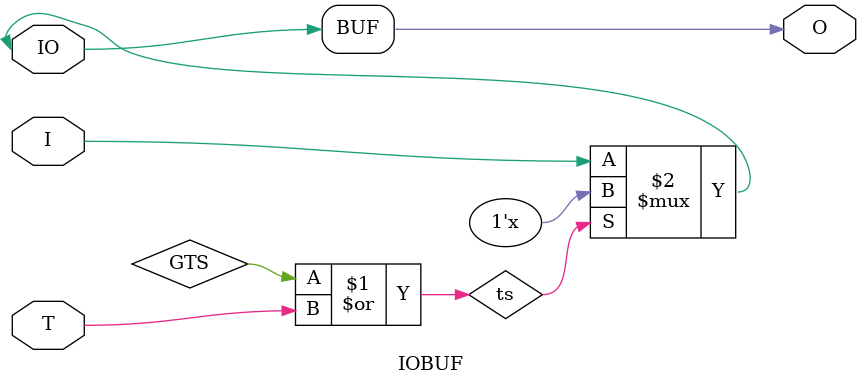
<source format=v>

`timescale  1 ps / 1 ps


module IOBUF (O, IO, I, T);

    parameter CAPACITANCE = "DONT_CARE";
    parameter integer DRIVE = 12;
    parameter IBUF_DELAY_VALUE = "0";
    parameter IFD_DELAY_VALUE = "AUTO";
    parameter IOSTANDARD = "DEFAULT";
    parameter SLEW = "SLOW";

    output O;
    inout  IO;
    input  I, T;

    wire ts;

    //tri0 GTS = glbl.GTS;

    or O1 (ts, GTS, T);
    bufif0 T1 (IO, I, ts);

    buf B1 (O, IO);

    initial begin
	
        case (CAPACITANCE)

            "LOW", "NORMAL", "DONT_CARE" : ;
            default : begin
                          $display("Attribute Syntax Error : The attribute CAPACITANCE on IOBUF instance %m is set to %s.  Legal values for this attribute are DONT_CARE, LOW or NORMAL.", CAPACITANCE);
                          $finish;
                      end

        endcase

	case (IBUF_DELAY_VALUE)

            "0", "1", "2", "3", "4", "5", "6", "7", "8", "9", "10", "11", "12", "13", "14", "15", "16" : ;
            default : begin
                          $display("Attribute Syntax Error : The attribute IBUF_DELAY_VALUE on IOBUF instance %m is set to %s.  Legal values for this attribute are 0, 1, 2, ... or 16.", IBUF_DELAY_VALUE);
                          $finish;
                      end

        endcase


	case (IFD_DELAY_VALUE)

            "AUTO", "0", "1", "2", "3", "4", "5", "6", "7", "8" : ;
            default : begin
                          $display("Attribute Syntax Error : The attribute IFD_DELAY_VALUE on IOBUF instance %m is set to %s.  Legal values for this attribute are AUTO, 0, 1, 2, ... or 8.", IFD_DELAY_VALUE);
                          $finish;
                      end

	endcase
	
    end // initial begin
    
endmodule


</source>
